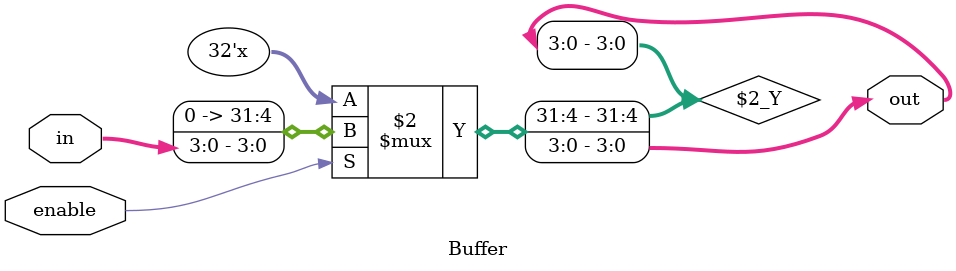
<source format=v>
module Buffer (in,enable,out);
parameter bit=4;
input  [bit-1:0] in;
input  enable;
output [bit-1:0] out;
assign out = (enable) ? in : 'bz;  
endmodule

</source>
